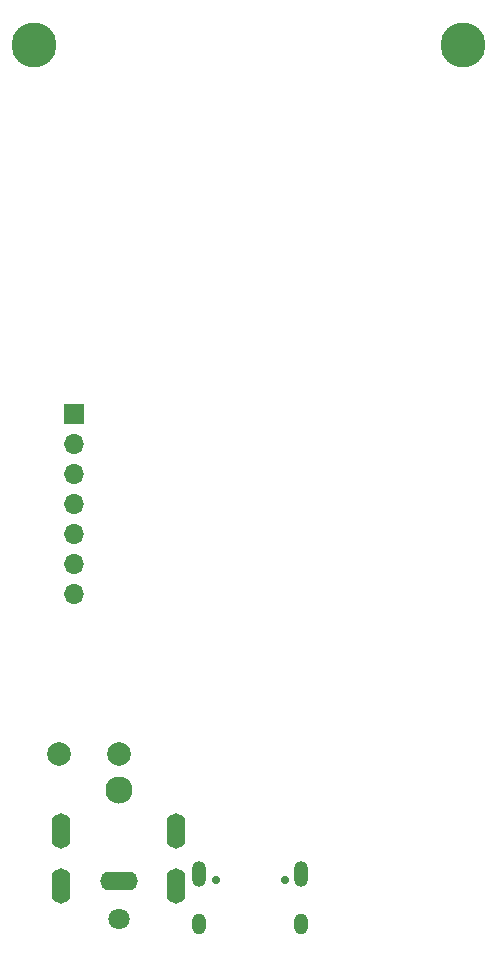
<source format=gbr>
%TF.GenerationSoftware,KiCad,Pcbnew,(6.0.4-0)*%
%TF.CreationDate,2022-07-09T22:35:58+02:00*%
%TF.ProjectId,GlowTowerPCB,476c6f77-546f-4776-9572-5043422e6b69,rev?*%
%TF.SameCoordinates,Original*%
%TF.FileFunction,Soldermask,Bot*%
%TF.FilePolarity,Negative*%
%FSLAX46Y46*%
G04 Gerber Fmt 4.6, Leading zero omitted, Abs format (unit mm)*
G04 Created by KiCad (PCBNEW (6.0.4-0)) date 2022-07-09 22:35:58*
%MOMM*%
%LPD*%
G01*
G04 APERTURE LIST*
%ADD10C,3.800000*%
%ADD11R,1.700000X1.700000*%
%ADD12O,1.700000X1.700000*%
%ADD13C,1.800000*%
%ADD14O,1.600000X3.000000*%
%ADD15O,3.200000X1.600000*%
%ADD16C,2.300000*%
%ADD17C,0.700025*%
%ADD18O,1.200000X1.800000*%
%ADD19O,1.200000X2.200000*%
%ADD20C,2.000000*%
G04 APERTURE END LIST*
D10*
%TO.C,U14*%
X92029970Y-60002540D03*
%TD*%
D11*
%TO.C,J1*%
X59060000Y-91310000D03*
D12*
X59060000Y-93850000D03*
X59060000Y-96390000D03*
X59060000Y-98930000D03*
X59060000Y-101470000D03*
X59060000Y-104010000D03*
X59060000Y-106550000D03*
%TD*%
D10*
%TO.C,U12*%
X55720000Y-60002540D03*
%TD*%
D13*
%TO.C,PWR1*%
X62856627Y-134016668D03*
D14*
X58006741Y-131266604D03*
X58006741Y-126566579D03*
X67706767Y-126566579D03*
X67706767Y-131266604D03*
D15*
X62856627Y-130766477D03*
D16*
X62856627Y-123066452D03*
%TD*%
D17*
%TO.C,USB1*%
X76910018Y-130732535D03*
X71129982Y-130732535D03*
D18*
X69699959Y-134412494D03*
X78340041Y-134412494D03*
D19*
X69699959Y-130232408D03*
X78340041Y-130232408D03*
%TD*%
D20*
%TO.C,F2*%
X57789865Y-120029876D03*
X62869875Y-120029876D03*
%TD*%
M02*

</source>
